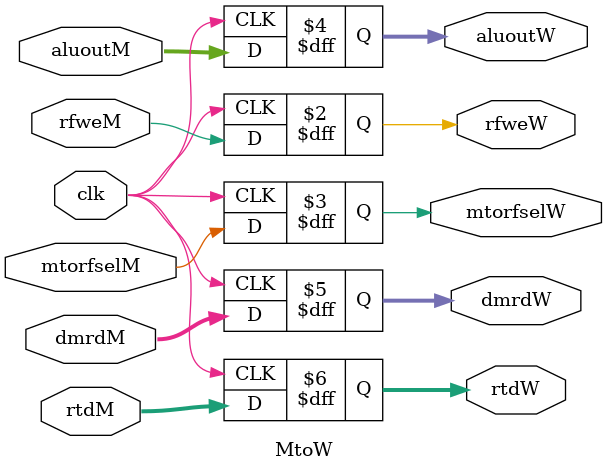
<source format=v>
`timescale 1ns / 1ps


module MtoW(inout clk,
            input rfweM, mtorfselM,
            input [31:0] aluoutM, dmrdM,
            input [4:0] rtdM,
                output reg rfweW, mtorfselW,
                output reg [31:0] aluoutW, dmrdW,
                output reg [4:0] rtdW);

    always @(posedge clk) begin
        rfweW <= rfweM;
        mtorfselW <= mtorfselM;
        aluoutW <= aluoutM;
        dmrdW <= dmrdM;
        rtdW <= rtdM;
    end
    
endmodule

</source>
